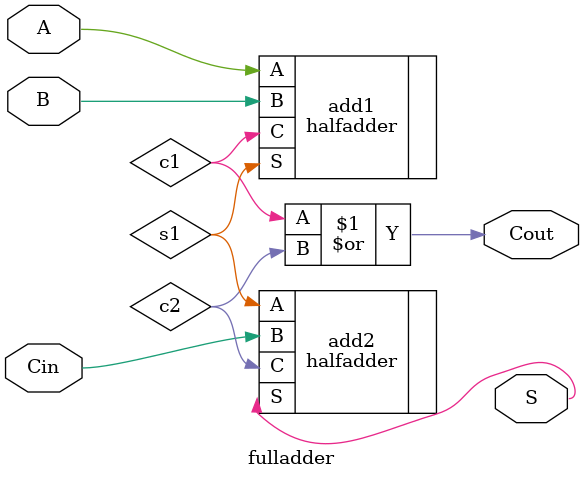
<source format=sv>
`timescale 1ns / 1ps


module fulladder(
    input A,
    input B,
    input Cin,
    output Cout,
    output S
    );
    logic s1, c1, c2;
 

halfadder add1( .S(s1), .C(c1) , .A(A) , .B(B) );
halfadder add2( .S(S), .C(c2) , .A(s1) , .B(Cin) );
or check_carry( Cout, c1 , c2);
    
endmodule

</source>
